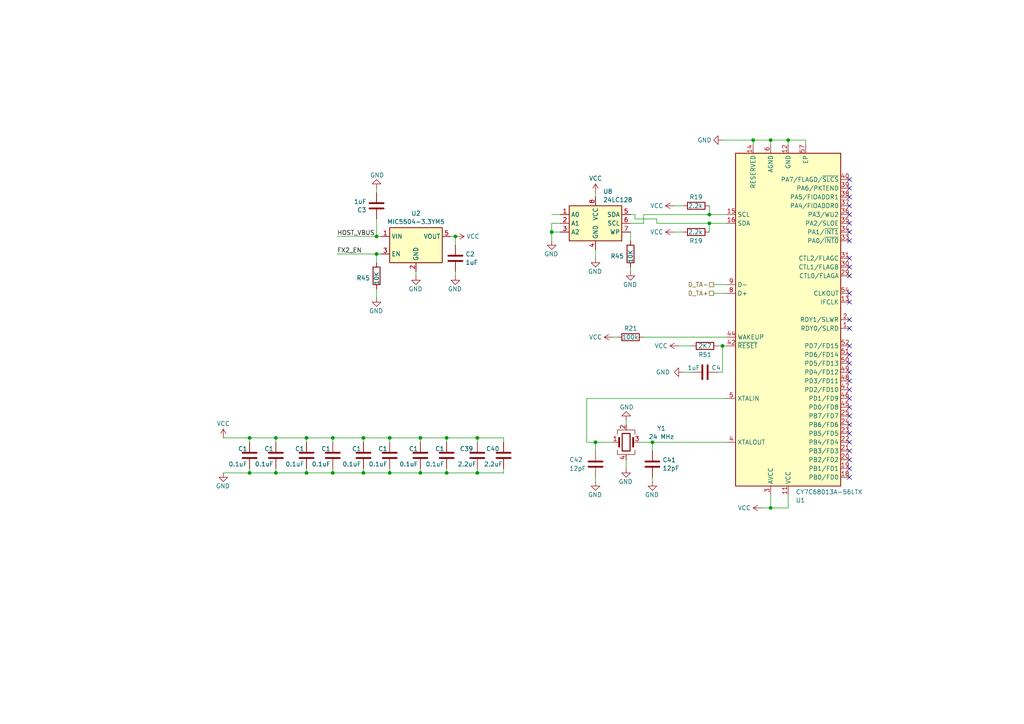
<source format=kicad_sch>
(kicad_sch (version 20230121) (generator eeschema)
  (paper "A4")
  (lib_symbols
    (symbol "Device:C" (pin_numbers hide) (pin_names (offset 0.254))
      (property "Reference" "C" (at 0.635 2.54 0))
      (property "Value" "C" (at 0.635 -2.54 0))
      (symbol "C_0_1"
        (polyline (pts (xy -2.032 -0.762) (xy 2.032 -0.762)) (stroke (width 0.508)))
        (polyline (pts (xy -2.032 0.762) (xy 2.032 0.762)) (stroke (width 0.508)))
      )
      (symbol "C_1_1"
        (pin passive line (at 0 3.81 270) (length 2.794) (name "~") (number "1"))
        (pin passive line (at 0 -3.81 90) (length 2.794) (name "~") (number "2"))
      )
    )
    (symbol "Device:Crystal_GND24" (pin_names (offset 1.016) hide)
      (property "Reference" "Y" (at 3.175 5.08 0))
      (property "Value" "Crystal_GND24" (at 3.175 3.175 0))
      (symbol "Crystal_GND24_0_1"
        (rectangle (start -1.143 2.54) (end 1.143 -2.54) (stroke (width 0.3048)))
        (polyline (pts (xy -2.54 0) (xy -2.032 0)))
        (polyline (pts (xy -2.032 -1.27) (xy -2.032 1.27)) (stroke (width 0.508)))
        (polyline (pts (xy 0 -3.81) (xy 0 -3.556)))
        (polyline (pts (xy 0 3.556) (xy 0 3.81)))
        (polyline (pts (xy 2.032 -1.27) (xy 2.032 1.27)) (stroke (width 0.508)))
        (polyline (pts (xy 2.032 0) (xy 2.54 0)))
        (polyline (pts (xy -2.54 -2.286) (xy -2.54 -3.556) (xy 2.54 -3.556) (xy 2.54 -2.286)))
        (polyline (pts (xy -2.54 2.286) (xy -2.54 3.556) (xy 2.54 3.556) (xy 2.54 2.286)))
      )
      (symbol "Crystal_GND24_1_1"
        (pin passive line (at -3.81 0 0) (length 1.27) (name "1") (number "1"))
        (pin passive line (at 0 5.08 270) (length 1.27) (name "2") (number "2"))
        (pin passive line (at 3.81 0 180) (length 1.27) (name "3") (number "3"))
        (pin passive line (at 0 -5.08 90) (length 1.27) (name "4") (number "4"))
      )
    )
    (symbol "Device:R" (pin_numbers hide) (pin_names (offset 0))
      (property "Reference" "R" (at 2.032 0 90))
      (property "Value" "R" (at 0 0 90))
      (symbol "R_0_1"
        (rectangle (start -1.016 -2.54) (end 1.016 2.54) (stroke (width 0.254)))
      )
      (symbol "R_1_1"
        (pin passive line (at 0 3.81 270) (length 1.27) (name "~") (number "1"))
        (pin passive line (at 0 -3.81 90) (length 1.27) (name "~") (number "2"))
      )
    )
    (symbol "MCU_Cypress:CY7C68013A-56LTX"
      (property "Reference" "U" (at -13.97 49.53 0))
      (property "Value" "CY7C68013A-56LTX" (at 11.43 49.53 0))
      (symbol "CY7C68013A-56LTX_0_1"
        (rectangle (start -15.24 48.26) (end 15.24 -48.26) (stroke (width 0.254)) (fill (type background)))
      )
      (symbol "CY7C68013A-56LTX_1_1"
        (pin input line (at 17.78 2.54 180) (length 2.54) (name "RDY0/SLRD") (number "1"))
        (pin passive line (at -5.08 -50.8 90) (length 2.54) hide (name "AGND") (number "10"))
        (pin power_in line (at 0 50.8 270) (length 2.54) (name "VCC") (number "11"))
        (pin power_in line (at 0 -50.8 90) (length 2.54) (name "GND") (number "12"))
        (pin bidirectional line (at 17.78 -5.08 180) (length 2.54) (name "IFCLK") (number "13"))
        (pin input line (at -10.16 -50.8 90) (length 2.54) (name "RESERVED") (number "14"))
        (pin input line (at -17.78 -30.48 0) (length 2.54) (name "SCL") (number "15"))
        (pin bidirectional line (at -17.78 -27.94 0) (length 2.54) (name "SDA") (number "16"))
        (pin passive line (at 0 50.8 270) (length 2.54) hide (name "VCC") (number "17"))
        (pin bidirectional line (at 17.78 45.72 180) (length 2.54) (name "PB0/FD0") (number "18"))
        (pin bidirectional line (at 17.78 43.18 180) (length 2.54) (name "PB1/FD1") (number "19"))
        (pin input line (at 17.78 0 180) (length 2.54) (name "RDY1/SLWR") (number "2"))
        (pin bidirectional line (at 17.78 40.64 180) (length 2.54) (name "PB2/FD2") (number "20"))
        (pin bidirectional line (at 17.78 38.1 180) (length 2.54) (name "PB3/FD3") (number "21"))
        (pin bidirectional line (at 17.78 35.56 180) (length 2.54) (name "PB4/FD4") (number "22"))
        (pin bidirectional line (at 17.78 33.02 180) (length 2.54) (name "PB5/FD5") (number "23"))
        (pin bidirectional line (at 17.78 30.48 180) (length 2.54) (name "PB6/FD6") (number "24"))
        (pin bidirectional line (at 17.78 27.94 180) (length 2.54) (name "PB7/FD7") (number "25"))
        (pin passive line (at 0 -50.8 90) (length 2.54) hide (name "GND") (number "26"))
        (pin passive line (at 0 50.8 270) (length 2.54) hide (name "VCC") (number "27"))
        (pin passive line (at 0 -50.8 90) (length 2.54) hide (name "GND") (number "28"))
        (pin output line (at 17.78 -12.7 180) (length 2.54) (name "CTL0/FLAGA") (number "29"))
        (pin power_in line (at -5.08 50.8 270) (length 2.54) (name "AVCC") (number "3"))
        (pin output line (at 17.78 -15.24 180) (length 2.54) (name "CTL1/FLAGB") (number "30"))
        (pin output line (at 17.78 -17.78 180) (length 2.54) (name "CTL2/FLAGC") (number "31"))
        (pin passive line (at 0 50.8 270) (length 2.54) hide (name "VCC") (number "32"))
        (pin bidirectional line (at 17.78 -22.86 180) (length 2.54) (name "PA0/~{INT0}") (number "33"))
        (pin bidirectional line (at 17.78 -25.4 180) (length 2.54) (name "PA1/~{INT1}") (number "34"))
        (pin bidirectional line (at 17.78 -27.94 180) (length 2.54) (name "PA2/SLOE") (number "35"))
        (pin bidirectional line (at 17.78 -30.48 180) (length 2.54) (name "PA3/WU2") (number "36"))
        (pin bidirectional line (at 17.78 -33.02 180) (length 2.54) (name "PA4/FIOADDR0") (number "37"))
        (pin bidirectional line (at 17.78 -35.56 180) (length 2.54) (name "PA5/FIOADDR1") (number "38"))
        (pin bidirectional line (at 17.78 -38.1 180) (length 2.54) (name "PA6/PKTEND") (number "39"))
        (pin output line (at -17.78 35.56 0) (length 2.54) (name "XTALOUT") (number "4"))
        (pin bidirectional line (at 17.78 -40.64 180) (length 2.54) (name "PA7/FLAGD/~{SLCS}") (number "40"))
        (pin passive line (at 0 -50.8 90) (length 2.54) hide (name "GND") (number "41"))
        (pin input line (at -17.78 7.62 0) (length 2.54) (name "~{RESET}") (number "42"))
        (pin passive line (at 0 50.8 270) (length 2.54) hide (name "VCC") (number "43"))
        (pin input line (at -17.78 5.08 0) (length 2.54) (name "WAKEUP") (number "44"))
        (pin bidirectional line (at 17.78 25.4 180) (length 2.54) (name "PD0/FD8") (number "45"))
        (pin bidirectional line (at 17.78 22.86 180) (length 2.54) (name "PD1/FD9") (number "46"))
        (pin bidirectional line (at 17.78 20.32 180) (length 2.54) (name "PD2/FD10") (number "47"))
        (pin bidirectional line (at 17.78 17.78 180) (length 2.54) (name "PD3/FD11") (number "48"))
        (pin bidirectional line (at 17.78 15.24 180) (length 2.54) (name "PD4/FD12") (number "49"))
        (pin input line (at -17.78 22.86 0) (length 2.54) (name "XTALIN") (number "5"))
        (pin bidirectional line (at 17.78 12.7 180) (length 2.54) (name "PD5/FD13") (number "50"))
        (pin bidirectional line (at 17.78 10.16 180) (length 2.54) (name "PD6/FD14") (number "51"))
        (pin bidirectional line (at 17.78 7.62 180) (length 2.54) (name "PD7/FD15") (number "52"))
        (pin passive line (at 0 -50.8 90) (length 2.54) hide (name "GND") (number "53"))
        (pin output line (at 17.78 -7.62 180) (length 2.54) (name "CLKOUT") (number "54"))
        (pin passive line (at 0 50.8 270) (length 2.54) hide (name "VCC") (number "55"))
        (pin passive line (at 0 -50.8 90) (length 2.54) hide (name "GND") (number "56"))
        (pin input line (at 5.08 -50.8 90) (length 2.54) (name "EP") (number "57"))
        (pin power_in line (at -5.08 -50.8 90) (length 2.54) (name "AGND") (number "6"))
        (pin passive line (at -5.08 50.8 270) (length 2.54) hide (name "AVCC") (number "7"))
        (pin bidirectional line (at -17.78 -7.62 0) (length 2.54) (name "D+") (number "8"))
        (pin bidirectional line (at -17.78 -10.16 0) (length 2.54) (name "D-") (number "9"))
      )
    )
    (symbol "Memory_EEPROM:24LC128"
      (property "Reference" "U" (at -6.35 6.35 0))
      (property "Value" "24LC128" (at 1.27 6.35 0))
      (symbol "24LC128_1_1"
        (rectangle (start -7.62 5.08) (end 7.62 -5.08) (stroke (width 0.254)) (fill (type background)))
        (pin input line (at -10.16 2.54 0) (length 2.54) (name "A0") (number "1"))
        (pin input line (at -10.16 0 0) (length 2.54) (name "A1") (number "2"))
        (pin input line (at -10.16 -2.54 0) (length 2.54) (name "A2") (number "3"))
        (pin power_in line (at 0 -7.62 90) (length 2.54) (name "GND") (number "4"))
        (pin bidirectional line (at 10.16 2.54 180) (length 2.54) (name "SDA") (number "5"))
        (pin input line (at 10.16 0 180) (length 2.54) (name "SCL") (number "6"))
        (pin input line (at 10.16 -2.54 180) (length 2.54) (name "WP") (number "7"))
        (pin power_in line (at 0 7.62 270) (length 2.54) (name "VCC") (number "8"))
      )
    )
    (symbol "Regulator_Linear:MIC5504-3.3YM5"
      (property "Reference" "U" (at -7.62 8.89 0))
      (property "Value" "MIC5504-3.3YM5" (at -7.62 6.35 0))
      (symbol "MIC5504-3.3YM5_0_1"
        (rectangle (start -7.62 -5.08) (end 7.62 5.08) (stroke (width 0.254)) (fill (type background)))
      )
      (symbol "MIC5504-3.3YM5_1_1"
        (pin power_in line (at -10.16 2.54 0) (length 2.54) (name "VIN") (number "1"))
        (pin power_in line (at 0 -7.62 90) (length 2.54) (name "GND") (number "2"))
        (pin input line (at -10.16 -2.54 0) (length 2.54) (name "EN") (number "3"))
        (pin no_connect line (at 7.62 -2.54 180) (length 2.54) hide (name "NC") (number "4"))
        (pin power_out line (at 10.16 2.54 180) (length 2.54) (name "VOUT") (number "5"))
      )
    )
    (symbol "power:GND" (power) (pin_names (offset 0))
      (property "Value" "GND" (at 0 -3.81 0))
      (symbol "GND_0_1"
        (polyline (pts (xy 0 0) (xy 0 -1.27) (xy 1.27 -1.27) (xy 0 -2.54) (xy -1.27 -1.27) (xy 0 -1.27)))
      )
      (symbol "GND_1_1"
        (pin power_in line (at 0 0 270) (length 0) hide (name "GND") (number "1"))
      )
    )
    (symbol "power:VCC" (power) (pin_names (offset 0))
      (property "Value" "VCC" (at 0 3.81 0))
      (symbol "VCC_0_1"
        (polyline (pts (xy -0.762 1.27) (xy 0 2.54)))
        (polyline (pts (xy 0 0) (xy 0 2.54)))
        (polyline (pts (xy 0 2.54) (xy 0.762 1.27)))
      )
      (symbol "VCC_1_1"
        (pin power_in line (at 0 0 90) (length 0) hide (name "VCC") (number "1"))
      )
    )
  )
  (junction (at 132.08 68.58))
  (junction (at 105.41 137.16))
  (junction (at 72.39 137.16))
  (junction (at 209.55 100.33))
  (junction (at 109.22 68.58))
  (junction (at 88.9 127))
  (junction (at 205.74 64.77))
  (junction (at 172.72 128.27))
  (junction (at 113.03 127))
  (junction (at 105.41 127))
  (junction (at 80.01 127))
  (junction (at 121.92 137.16))
  (junction (at 121.92 127))
  (junction (at 109.22 73.66))
  (junction (at 113.03 137.16))
  (junction (at 129.54 137.16))
  (junction (at 223.52 40.64))
  (junction (at 138.43 137.16))
  (junction (at 96.52 137.16))
  (junction (at 129.54 127))
  (junction (at 223.52 147.32))
  (junction (at 160.02 67.31))
  (junction (at 218.44 40.64))
  (junction (at 96.52 127))
  (junction (at 138.43 127))
  (junction (at 72.39 127))
  (junction (at 189.23 128.27))
  (junction (at 88.9 137.16))
  (junction (at 80.01 137.16))
  (junction (at 205.74 62.23))
  (junction (at 228.6 40.64))
  (no_connect (at 246.38 135.89))
  (no_connect (at 246.38 52.07))
  (no_connect (at 246.38 57.15))
  (no_connect (at 246.38 59.69))
  (no_connect (at 246.38 100.33))
  (no_connect (at 246.38 69.85))
  (no_connect (at 246.38 87.63))
  (no_connect (at 246.38 138.43))
  (no_connect (at 246.38 85.09))
  (no_connect (at 246.38 67.31))
  (no_connect (at 246.38 115.57))
  (no_connect (at 246.38 95.25))
  (no_connect (at 246.38 102.87))
  (no_connect (at 246.38 77.47))
  (no_connect (at 246.38 92.71))
  (no_connect (at 246.38 133.35))
  (no_connect (at 246.38 123.19))
  (no_connect (at 246.38 107.95))
  (no_connect (at 246.38 105.41))
  (no_connect (at 246.38 80.01))
  (no_connect (at 246.38 54.61))
  (no_connect (at 246.38 128.27))
  (no_connect (at 246.38 110.49))
  (no_connect (at 246.38 125.73))
  (no_connect (at 246.38 64.77))
  (no_connect (at 246.38 62.23))
  (no_connect (at 246.38 113.03))
  (no_connect (at 246.38 74.93))
  (no_connect (at 246.38 130.81))
  (no_connect (at 246.38 118.11))
  (no_connect (at 246.38 120.65))
  (wire (pts (xy 138.43 127) (xy 138.43 128.27)))
  (wire (pts (xy 129.54 135.89) (xy 129.54 137.16)))
  (wire (pts (xy 228.6 147.32) (xy 223.52 147.32)))
  (wire (pts (xy 120.65 78.74) (xy 120.65 80.01)))
  (wire (pts (xy 172.72 55.88) (xy 172.72 57.15)))
  (wire (pts (xy 186.69 62.23) (xy 205.74 62.23)))
  (wire (pts (xy 228.6 143.51) (xy 228.6 147.32)))
  (wire (pts (xy 121.92 137.16) (xy 129.54 137.16)))
  (wire (pts (xy 172.72 128.27) (xy 177.8 128.27)))
  (wire (pts (xy 218.44 40.64) (xy 218.44 41.91)))
  (wire (pts (xy 160.02 64.77) (xy 160.02 67.31)))
  (wire (pts (xy 129.54 137.16) (xy 138.43 137.16)))
  (wire (pts (xy 88.9 127) (xy 96.52 127)))
  (wire (pts (xy 160.02 67.31) (xy 162.56 67.31)))
  (wire (pts (xy 121.92 135.89) (xy 121.92 137.16)))
  (wire (pts (xy 205.74 67.31) (xy 205.74 64.77)))
  (wire (pts (xy 138.43 135.89) (xy 138.43 137.16)))
  (wire (pts (xy 205.74 64.77) (xy 210.82 64.77)))
  (wire (pts (xy 160.02 67.31) (xy 160.02 69.85)))
  (wire (pts (xy 170.18 128.27) (xy 172.72 128.27)))
  (wire (pts (xy 109.22 83.82) (xy 109.22 86.36)))
  (wire (pts (xy 162.56 62.23) (xy 160.02 62.23)))
  (wire (pts (xy 105.41 127) (xy 113.03 127)))
  (wire (pts (xy 121.92 127) (xy 121.92 128.27)))
  (wire (pts (xy 80.01 127) (xy 80.01 128.27)))
  (wire (pts (xy 210.82 115.57) (xy 170.18 115.57)))
  (wire (pts (xy 207.01 85.09) (xy 210.82 85.09)))
  (wire (pts (xy 80.01 127) (xy 88.9 127)))
  (wire (pts (xy 200.66 107.95) (xy 198.12 107.95)))
  (wire (pts (xy 182.88 77.47) (xy 182.88 78.74)))
  (wire (pts (xy 88.9 137.16) (xy 96.52 137.16)))
  (wire (pts (xy 233.68 40.64) (xy 228.6 40.64)))
  (wire (pts (xy 88.9 135.89) (xy 88.9 137.16)))
  (wire (pts (xy 210.82 97.79) (xy 186.69 97.79)))
  (wire (pts (xy 190.5 64.77) (xy 205.74 64.77)))
  (wire (pts (xy 96.52 127) (xy 105.41 127)))
  (wire (pts (xy 233.68 41.91) (xy 233.68 40.64)))
  (wire (pts (xy 146.05 127) (xy 146.05 128.27)))
  (wire (pts (xy 205.74 62.23) (xy 210.82 62.23)))
  (wire (pts (xy 72.39 135.89) (xy 72.39 137.16)))
  (wire (pts (xy 72.39 127) (xy 80.01 127)))
  (wire (pts (xy 105.41 137.16) (xy 113.03 137.16)))
  (wire (pts (xy 138.43 127) (xy 146.05 127)))
  (wire (pts (xy 96.52 135.89) (xy 96.52 137.16)))
  (wire (pts (xy 189.23 138.43) (xy 189.23 139.7)))
  (wire (pts (xy 113.03 127) (xy 121.92 127)))
  (wire (pts (xy 223.52 40.64) (xy 223.52 41.91)))
  (wire (pts (xy 132.08 68.58) (xy 132.08 71.12)))
  (wire (pts (xy 190.5 63.5) (xy 190.5 64.77)))
  (wire (pts (xy 184.15 63.5) (xy 190.5 63.5)))
  (wire (pts (xy 96.52 137.16) (xy 105.41 137.16)))
  (wire (pts (xy 129.54 127) (xy 129.54 128.27)))
  (wire (pts (xy 121.92 127) (xy 129.54 127)))
  (wire (pts (xy 208.28 100.33) (xy 209.55 100.33)))
  (wire (pts (xy 182.88 62.23) (xy 184.15 62.23)))
  (wire (pts (xy 189.23 128.27) (xy 210.82 128.27)))
  (wire (pts (xy 172.72 72.39) (xy 172.72 74.93)))
  (wire (pts (xy 109.22 73.66) (xy 109.22 76.2)))
  (wire (pts (xy 172.72 138.43) (xy 172.72 139.7)))
  (wire (pts (xy 172.72 128.27) (xy 172.72 130.81)))
  (wire (pts (xy 182.88 64.77) (xy 186.69 64.77)))
  (wire (pts (xy 113.03 127) (xy 113.03 128.27)))
  (wire (pts (xy 113.03 135.89) (xy 113.03 137.16)))
  (wire (pts (xy 109.22 55.88) (xy 109.22 54.61)))
  (wire (pts (xy 186.69 64.77) (xy 186.69 62.23)))
  (wire (pts (xy 223.52 143.51) (xy 223.52 147.32)))
  (wire (pts (xy 181.61 121.92) (xy 181.61 123.19)))
  (wire (pts (xy 109.22 73.66) (xy 110.49 73.66)))
  (wire (pts (xy 64.77 127) (xy 72.39 127)))
  (wire (pts (xy 208.28 107.95) (xy 209.55 107.95)))
  (wire (pts (xy 129.54 127) (xy 138.43 127)))
  (wire (pts (xy 189.23 128.27) (xy 189.23 130.81)))
  (wire (pts (xy 80.01 135.89) (xy 80.01 137.16)))
  (wire (pts (xy 223.52 147.32) (xy 220.98 147.32)))
  (wire (pts (xy 195.58 67.31) (xy 198.12 67.31)))
  (wire (pts (xy 218.44 40.64) (xy 223.52 40.64)))
  (wire (pts (xy 223.52 40.64) (xy 228.6 40.64)))
  (wire (pts (xy 80.01 137.16) (xy 88.9 137.16)))
  (wire (pts (xy 97.79 73.66) (xy 109.22 73.66)))
  (wire (pts (xy 195.58 59.69) (xy 198.12 59.69)))
  (wire (pts (xy 109.22 63.5) (xy 109.22 68.58)))
  (wire (pts (xy 181.61 133.35) (xy 181.61 135.89)))
  (wire (pts (xy 209.55 40.64) (xy 218.44 40.64)))
  (wire (pts (xy 96.52 127) (xy 96.52 128.27)))
  (wire (pts (xy 105.41 135.89) (xy 105.41 137.16)))
  (wire (pts (xy 105.41 127) (xy 105.41 128.27)))
  (wire (pts (xy 64.77 137.16) (xy 72.39 137.16)))
  (wire (pts (xy 207.01 82.55) (xy 210.82 82.55)))
  (wire (pts (xy 184.15 62.23) (xy 184.15 63.5)))
  (wire (pts (xy 209.55 100.33) (xy 210.82 100.33)))
  (wire (pts (xy 205.74 59.69) (xy 205.74 62.23)))
  (wire (pts (xy 88.9 127) (xy 88.9 128.27)))
  (wire (pts (xy 160.02 64.77) (xy 162.56 64.77)))
  (wire (pts (xy 72.39 137.16) (xy 80.01 137.16)))
  (wire (pts (xy 132.08 78.74) (xy 132.08 80.01)))
  (wire (pts (xy 196.85 100.33) (xy 200.66 100.33)))
  (wire (pts (xy 97.79 68.58) (xy 109.22 68.58)))
  (wire (pts (xy 130.81 68.58) (xy 132.08 68.58)))
  (wire (pts (xy 185.42 128.27) (xy 189.23 128.27)))
  (wire (pts (xy 177.8 97.79) (xy 179.07 97.79)))
  (wire (pts (xy 138.43 137.16) (xy 146.05 137.16)))
  (wire (pts (xy 72.39 127) (xy 72.39 128.27)))
  (wire (pts (xy 113.03 137.16) (xy 121.92 137.16)))
  (wire (pts (xy 170.18 115.57) (xy 170.18 128.27)))
  (wire (pts (xy 109.22 68.58) (xy 110.49 68.58)))
  (wire (pts (xy 146.05 137.16) (xy 146.05 135.89)))
  (wire (pts (xy 228.6 41.91) (xy 228.6 40.64)))
  (wire (pts (xy 209.55 107.95) (xy 209.55 100.33)))
  (wire (pts (xy 182.88 67.31) (xy 182.88 69.85)))
  (label "HOST_VBUS" (at 97.79 68.58 0))
  (label "FX2_EN" (at 97.79 73.66 0))
  (hierarchical_label "D_TA+" (shape passive) (at 207.01 85.09 180))
  (hierarchical_label "D_TA-" (shape passive) (at 207.01 82.55 180))
  (symbol (lib_id "Memory_EEPROM:24LC128") (at 172.72 64.77 0) (unit 1)
    (property "Reference" "U8" (at 174.9141 55.5457 0) (effects (justify left)))
    (property "Value" "24LC128" (at 174.9141 57.9699 0) (effects (justify left)))
    (property "Footprint" "Package_SO:SOIC-8_3.9x4.9mm_P1.27mm" (effects hide))
    (property "Datasheet" "http://ww1.microchip.com/downloads/en/DeviceDoc/21191s.pdf" (effects hide))
    (property "Manufacturer" "Microchip Technology" (effects hide))
    (property "Part Number" "24LC128T-I/SN" (effects hide))
    (property "Description" "IC EEPROM 128KBIT I2C 8SOIC" (effects hide))
  )
  (symbol (lib_id "Device:C") (at 204.47 107.95 270) (unit 1)
    (property "Reference" "C4" (at 206.375 106.68 90) (effects (justify left)))
    (property "Value" "1uF" (at 199.39 106.68 90) (effects (justify left)))
    (property "Footprint" "Capacitor_SMD:C_0402_1005Metric_Pad0.74x0.62mm_HandSolder" (effects hide))
    (property "Manufacturer" "Taiyo Yuden" (effects hide))
    (property "Part Number" "JMK105BJ105KVHF" (effects hide))
    (property "Description" "6.3V 1uF X5R ±10% 0402  Multilayer Ceramic Capacitors MLCC - SMD/SMT ROHS" (effects hide))
  )
  (symbol (lib_id "Device:C") (at 96.52 132.08 0) (mirror y) (unit 1)
    (property "Reference" "C1" (at 95.885 130.175 0) (effects (justify left)))
    (property "Value" "0.1uF" (at 95.885 134.62 0) (effects (justify left)))
    (property "Footprint" "Capacitor_SMD:C_0603_1608Metric_Pad1.08x0.95mm_HandSolder" (effects hide))
    (property "Manufacturer" "KYOCERA AVX" (effects hide))
    (property "Part Number" "06035C104JAT4A" (effects hide))
    (property "Description" "Multilayer Ceramic Capacitors MLCC - SMD/SMT 50V 0.1uF X7R 0603 5%" (effects hide))
    (instances (project "tycho" (path "" (reference "C1") (unit 1)) (path "" (reference "C24") (unit 1)) (path "" (reference "C31") (unit 1))))
  )
  (symbol (lib_id "power:GND") (at 209.55 40.64 270) (unit 1)
    (property "Reference" "#PWR013" (effects hide))
    (property "Value" "GND" (at 206.3751 40.64 90) (effects (justify right)))
    (instances (project "tycho" (path "" (reference "#PWR013") (unit 1)) (path "" (reference "#PWR014") (unit 1))))
  )
  (symbol (lib_id "power:VCC") (at 195.58 59.69 90) (unit 1)
    (property "Reference" "#PWR068" (effects hide))
    (property "Value" "VCC" (at 192.405 59.69 90) (effects (justify left)))
    (instances (project "tycho" (path "" (reference "#PWR068") (unit 1)) (path "" (reference "#PWR0100") (unit 1))))
  )
  (symbol (lib_id "Device:C") (at 121.92 132.08 0) (mirror y) (unit 1)
    (property "Reference" "C1" (at 121.285 130.175 0) (effects (justify left)))
    (property "Value" "0.1uF" (at 121.285 134.62 0) (effects (justify left)))
    (property "Footprint" "Capacitor_SMD:C_0603_1608Metric_Pad1.08x0.95mm_HandSolder" (effects hide))
    (property "Manufacturer" "KYOCERA AVX" (effects hide))
    (property "Part Number" "06035C104JAT4A" (effects hide))
    (property "Description" "Multilayer Ceramic Capacitors MLCC - SMD/SMT 50V 0.1uF X7R 0603 5%" (effects hide))
    (instances (project "tycho" (path "" (reference "C1") (unit 1)) (path "" (reference "C24") (unit 1)) (path "" (reference "C37") (unit 1))))
  )
  (symbol (lib_id "power:GND") (at 132.08 80.01 0) (unit 1)
    (property "Reference" "#PWR014" (effects hide))
    (property "Value" "GND" (at 133.985 83.82 0) (effects (justify right)))
    (instances (project "tycho" (path "" (reference "#PWR014") (unit 1)) (path "" (reference "#PWR076") (unit 1))))
  )
  (symbol (lib_id "power:GND") (at 109.22 86.36 0) (unit 1)
    (property "Reference" "#PWR014" (effects hide))
    (property "Value" "GND" (at 111.125 90.17 0) (effects (justify right)))
    (instances (project "tycho" (path "" (reference "#PWR014") (unit 1)) (path "" (reference "#PWR086") (unit 1))))
  )
  (symbol (lib_id "power:VCC") (at 220.98 147.32 90) (unit 1)
    (property "Reference" "#PWR068" (effects hide))
    (property "Value" "VCC" (at 217.805 147.32 90) (effects (justify left)))
    (instances (project "tycho" (path "" (reference "#PWR068") (unit 1)) (path "" (reference "#PWR069") (unit 1))))
  )
  (symbol (lib_id "power:GND") (at 181.61 121.92 180) (unit 1)
    (property "Reference" "#PWR014" (effects hide))
    (property "Value" "GND" (at 179.705 118.11 0) (effects (justify right)))
    (instances (project "tycho" (path "" (reference "#PWR014") (unit 1)) (path "" (reference "#PWR083") (unit 1))))
  )
  (symbol (lib_id "power:GND") (at 181.61 135.89 0) (unit 1)
    (property "Reference" "#PWR014" (effects hide))
    (property "Value" "GND" (at 183.515 139.7 0) (effects (justify right)))
    (instances (project "tycho" (path "" (reference "#PWR014") (unit 1)) (path "" (reference "#PWR082") (unit 1))))
  )
  (symbol (lib_id "power:VCC") (at 172.72 55.88 0) (unit 1)
    (property "Reference" "#PWR068" (effects hide))
    (property "Value" "VCC" (at 172.72 51.7469 0))
    (instances (project "tycho" (path "" (reference "#PWR068") (unit 1)) (path "" (reference "#PWR099") (unit 1))))
  )
  (symbol (lib_id "Device:C") (at 138.43 132.08 0) (unit 1)
    (property "Reference" "C39" (at 133.35 130.175 0) (effects (justify left)))
    (property "Value" "2.2uF" (at 132.715 134.62 0) (effects (justify left)))
    (property "Footprint" "Capacitor_SMD:C_0603_1608Metric_Pad1.08x0.95mm_HandSolder" (effects hide))
    (property "Manufacturer" "Taiyo Yuden" (effects hide))
    (property "Part Number" "EMK107ABJ225KAHT" (effects hide))
    (property "Description" "16V 2.2uF X5R ±10% 0603  Multilayer Ceramic Capacitors MLCC - SMD/SMT ROHS" (effects hide))
  )
  (symbol (lib_id "Device:R") (at 204.47 100.33 90) (unit 1)
    (property "Reference" "R51" (at 204.47 102.87 90))
    (property "Value" "2K7" (at 204.47 100.33 90))
    (property "Footprint" "Resistor_SMD:R_0603_1608Metric_Pad0.98x0.95mm_HandSolder" (effects hide))
    (property "Manufacturer" "YAGEO" (effects hide))
    (property "Part Number" "RC0603DR-072K7L" (effects hide))
    (property "Description" "100mW Thick Film Resistors ±100ppm/℃ ±0.5% 2.7kΩ 0603  Chip Resistor - Surface Mount ROHS" (effects hide))
    (instances (project "tycho" (path "" (reference "R51") (unit 1)) (path "" (reference "R53") (unit 1))))
  )
  (symbol (lib_id "Device:C") (at 113.03 132.08 0) (mirror y) (unit 1)
    (property "Reference" "C1" (at 112.395 130.175 0) (effects (justify left)))
    (property "Value" "0.1uF" (at 112.395 134.62 0) (effects (justify left)))
    (property "Footprint" "Capacitor_SMD:C_0603_1608Metric_Pad1.08x0.95mm_HandSolder" (effects hide))
    (property "Manufacturer" "KYOCERA AVX" (effects hide))
    (property "Part Number" "06035C104JAT4A" (effects hide))
    (property "Description" "Multilayer Ceramic Capacitors MLCC - SMD/SMT 50V 0.1uF X7R 0603 5%" (effects hide))
    (instances (project "tycho" (path "" (reference "C1") (unit 1)) (path "" (reference "C24") (unit 1)) (path "" (reference "C36") (unit 1))))
  )
  (symbol (lib_id "power:GND") (at 172.72 74.93 0) (unit 1)
    (property "Reference" "#PWR014" (effects hide))
    (property "Value" "GND" (at 174.625 78.74 0) (effects (justify right)))
    (instances (project "tycho" (path "" (reference "#PWR014") (unit 1)) (path "" (reference "#PWR087") (unit 1))))
  )
  (symbol (lib_id "power:GND") (at 198.12 107.95 270) (unit 1)
    (property "Reference" "#PWR014" (effects hide))
    (property "Value" "GND" (at 194.31 107.95 90) (effects (justify right)))
    (instances (project "tycho" (path "" (reference "#PWR014") (unit 1)) (path "" (reference "#PWR079") (unit 1))))
  )
  (symbol (lib_id "power:GND") (at 189.23 139.7 0) (unit 1)
    (property "Reference" "#PWR014" (effects hide))
    (property "Value" "GND" (at 191.135 143.51 0) (effects (justify right)))
    (instances (project "tycho" (path "" (reference "#PWR014") (unit 1)) (path "" (reference "#PWR085") (unit 1))))
  )
  (symbol (lib_id "power:VCC") (at 132.08 68.58 270) (unit 1)
    (property "Reference" "#PWR068" (effects hide))
    (property "Value" "VCC" (at 135.255 68.58 90) (effects (justify left)))
    (instances (project "tycho" (path "" (reference "#PWR068") (unit 1)) (path "" (reference "#PWR016") (unit 1))))
  )
  (symbol (lib_id "Device:R") (at 109.22 80.01 180) (unit 1)
    (property "Reference" "R45" (at 107.315 80.645 0) (effects (justify left)))
    (property "Value" "10K" (at 109.22 78.74 90) (effects (justify left)))
    (property "Footprint" "Resistor_SMD:R_0603_1608Metric_Pad0.98x0.95mm_HandSolder" (effects hide))
    (property "Part Number" "RNCP0603FTD10K0" (effects hide))
    (property "Substitution" "any equivalent" (effects hide))
    (property "Manufacturer" "Stackpole Electronics Inc" (effects hide))
    (property "Description" "RES 10K OHM 1% 1/8W 0603" (effects hide))
    (instances (project "tycho" (path "" (reference "R45") (unit 1)) (path "" (reference "R3") (unit 1)) (path "" (reference "R54") (unit 1))))
  )
  (symbol (lib_id "Device:C") (at 80.01 132.08 0) (mirror y) (unit 1)
    (property "Reference" "C1" (at 79.375 130.175 0) (effects (justify left)))
    (property "Value" "0.1uF" (at 79.375 134.62 0) (effects (justify left)))
    (property "Footprint" "Capacitor_SMD:C_0603_1608Metric_Pad1.08x0.95mm_HandSolder" (effects hide))
    (property "Manufacturer" "KYOCERA AVX" (effects hide))
    (property "Part Number" "06035C104JAT4A" (effects hide))
    (property "Description" "Multilayer Ceramic Capacitors MLCC - SMD/SMT 50V 0.1uF X7R 0603 5%" (effects hide))
    (instances (project "tycho" (path "" (reference "C1") (unit 1)) (path "" (reference "C24") (unit 1)) (path "" (reference "C6") (unit 1))))
  )
  (symbol (lib_id "power:GND") (at 64.77 137.16 0) (unit 1)
    (property "Reference" "#PWR014" (effects hide))
    (property "Value" "GND" (at 66.675 140.97 0) (effects (justify right)))
    (instances (project "tycho" (path "" (reference "#PWR014") (unit 1)) (path "" (reference "#PWR015") (unit 1))))
  )
  (symbol (lib_id "power:VCC") (at 177.8 97.79 90) (unit 1)
    (property "Reference" "#PWR068" (effects hide))
    (property "Value" "VCC" (at 174.625 97.79 90) (effects (justify left)))
    (instances (project "tycho" (path "" (reference "#PWR068") (unit 1)) (path "" (reference "#PWR098") (unit 1))))
  )
  (symbol (lib_id "power:VCC") (at 196.85 100.33 90) (unit 1)
    (property "Reference" "#PWR068" (effects hide))
    (property "Value" "VCC" (at 193.675 100.33 90) (effects (justify left)))
    (instances (project "tycho" (path "" (reference "#PWR068") (unit 1)) (path "" (reference "#PWR097") (unit 1))))
  )
  (symbol (lib_id "Device:R") (at 201.93 67.31 90) (unit 1)
    (property "Reference" "R19" (at 203.835 69.85 90) (effects (justify left)))
    (property "Value" "2.2k" (at 203.835 67.31 90) (effects (justify left)))
    (property "Footprint" "Resistor_SMD:R_0402_1005Metric_Pad0.72x0.64mm_HandSolder" (effects hide))
    (property "Manufacturer" "Vishay Dale" (effects hide))
    (property "Part Number" "CRCW04022K20FKED" (effects hide))
    (property "Description" "RES SMD 2.2K OHM 1% 1/16W 0402" (effects hide))
    (property "Substitution" "any equivalent" (effects hide))
    (instances (project "tycho" (path "" (reference "R19") (unit 1)) (path "" (reference "R52") (unit 1))))
  )
  (symbol (lib_id "power:GND") (at 160.02 69.85 0) (unit 1)
    (property "Reference" "#PWR014" (effects hide))
    (property "Value" "GND" (at 161.925 73.66 0) (effects (justify right)))
    (instances (project "tycho" (path "" (reference "#PWR014") (unit 1)) (path "" (reference "#PWR090") (unit 1))))
  )
  (symbol (lib_id "MCU_Cypress:CY7C68013A-56LTX") (at 228.6 92.71 0) (mirror x) (unit 1)
    (property "Reference" "U1" (at 230.7941 145.1143 0) (effects (justify left)))
    (property "Value" "CY7C68013A-56LTX" (at 230.7941 142.6901 0) (effects (justify left)))
    (property "Footprint" "Package_DFN_QFN:QFN-56-1EP_8x8mm_P0.5mm_EP4.5x5.2mm_ThermalVias_TopTented" (effects hide))
    (property "Datasheet" "http://www.cypress.com/file/138911/download" (effects hide))
    (property "Manufacturer" "Cypress Semicon" (effects hide))
    (property "Part Number" "CY7C68013A-56LTXC" (effects hide))
    (property "Description" "QFN-56-EP(8x8) Microcontroller Units (MCUs/MPUs/SOCs) ROHS" (effects hide))
    (instances (project "tycho" (path "" (reference "U1") (unit 1)) (path "" (reference "U2") (unit 1))))
  )
  (symbol (lib_id "power:GND") (at 120.65 80.01 0) (unit 1)
    (property "Reference" "#PWR014" (effects hide))
    (property "Value" "GND" (at 122.555 83.82 0) (effects (justify right)))
    (instances (project "tycho" (path "" (reference "#PWR014") (unit 1)) (path "" (reference "#PWR013") (unit 1))))
  )
  (symbol (lib_id "Device:C") (at 172.72 134.62 0) (unit 1)
    (property "Reference" "C42" (at 165.1 133.35 0) (effects (justify left)))
    (property "Value" "12pF" (at 165.1 135.89 0) (effects (justify left)))
    (property "Footprint" "Capacitor_SMD:C_1206_3216Metric_Pad1.33x1.80mm_HandSolder" (effects hide))
    (property "Manufacturer" "PSA(Prosperity Dielectrics)" (effects hide))
    (property "Part Number" "FV31N120J102PXG" (effects hide))
    (property "Description" "1kV 12pF C0G ±5% 1206  Multilayer Ceramic Capacitors MLCC - SMD/SMT ROHS" (effects hide))
  )
  (symbol (lib_id "power:VCC") (at 195.58 67.31 90) (unit 1)
    (property "Reference" "#PWR068" (effects hide))
    (property "Value" "VCC" (at 192.405 67.31 90) (effects (justify left)))
    (instances (project "tycho" (path "" (reference "#PWR068") (unit 1)) (path "" (reference "#PWR0101") (unit 1))))
  )
  (symbol (lib_id "Device:C") (at 189.23 134.62 0) (unit 1)
    (property "Reference" "C41" (at 192.151 133.4079 0) (effects (justify left)))
    (property "Value" "12pF" (at 192.151 135.8321 0) (effects (justify left)))
    (property "Footprint" "Capacitor_SMD:C_1206_3216Metric_Pad1.33x1.80mm_HandSolder" (effects hide))
    (property "Manufacturer" "PSA(Prosperity Dielectrics)" (effects hide))
    (property "Part Number" "FV31N120J102PXG" (effects hide))
    (property "Description" "1kV 12pF C0G ±5% 1206  Multilayer Ceramic Capacitors MLCC - SMD/SMT ROHS" (effects hide))
  )
  (symbol (lib_id "Device:C") (at 88.9 132.08 0) (mirror y) (unit 1)
    (property "Reference" "C1" (at 88.265 130.175 0) (effects (justify left)))
    (property "Value" "0.1uF" (at 88.265 134.62 0) (effects (justify left)))
    (property "Footprint" "Capacitor_SMD:C_0603_1608Metric_Pad1.08x0.95mm_HandSolder" (effects hide))
    (property "Manufacturer" "KYOCERA AVX" (effects hide))
    (property "Part Number" "06035C104JAT4A" (effects hide))
    (property "Description" "Multilayer Ceramic Capacitors MLCC - SMD/SMT 50V 0.1uF X7R 0603 5%" (effects hide))
    (instances (project "tycho" (path "" (reference "C1") (unit 1)) (path "" (reference "C24") (unit 1)) (path "" (reference "C30") (unit 1))))
  )
  (symbol (lib_id "Regulator_Linear:MIC5504-3.3YM5") (at 120.65 71.12 0) (unit 1)
    (property "Reference" "U2" (at 120.65 61.8957 0))
    (property "Value" "MIC5504-3.3YM5" (at 120.65 64.3199 0))
    (property "Footprint" "Package_TO_SOT_SMD:SOT-23-5" (effects hide))
    (property "Datasheet" "http://ww1.microchip.com/downloads/en/DeviceDoc/MIC550X.pdf" (effects hide))
    (property "Manufacturer" "Microchip Tech" (effects hide))
    (property "Part Number" "MIC5504-3.3YM5-TR" (effects hide))
    (property "Description" "300mA 60dB@(1kHz) Fixed 3.3V~3.3V Positive 5.5V SOT-23-5  Linear Voltage Regulators (LDO) ROHS" (effects hide))
    (instances (project "tycho" (path "" (reference "U2") (unit 1)) (path "" (reference "U1") (unit 1))))
  )
  (symbol (lib_id "power:GND") (at 109.22 54.61 180) (unit 1)
    (property "Reference" "#PWR014" (effects hide))
    (property "Value" "GND" (at 107.315 50.8 0) (effects (justify right)))
    (instances (project "tycho" (path "" (reference "#PWR014") (unit 1)) (path "" (reference "#PWR078") (unit 1))))
  )
  (symbol (lib_id "Device:R") (at 182.88 97.79 270) (unit 1)
    (property "Reference" "R21" (at 180.975 95.25 90) (effects (justify left)))
    (property "Value" "100k" (at 180.34 97.79 90) (effects (justify left)))
    (property "Footprint" "Resistor_SMD:R_0402_1005Metric_Pad0.72x0.64mm_HandSolder" (effects hide))
    (property "Part Number" "ERJ-2GEJ104X" (effects hide))
    (property "Substitution" "any equivalent" (effects hide))
    (property "Description" "RES SMD 100K OHM 5% 1/10W 0402" (effects hide))
    (property "Manufacturer" "Panasonic" (effects hide))
    (instances (project "tycho" (path "" (reference "R21") (unit 1)) (path "" (reference "R27") (unit 1)) (path "" (reference "R33") (unit 1)) (path "" (reference "R46") (unit 1)) (path "" (reference "R46") (unit 1))) (project "luna_rev0" (path "" (reference "R91") (unit 1))))
  )
  (symbol (lib_id "power:VCC") (at 64.77 127 0) (unit 1)
    (property "Reference" "#PWR068" (effects hide))
    (property "Value" "VCC" (at 64.77 122.8669 0))
    (instances (project "tycho" (path "" (reference "#PWR068") (unit 1)) (path "" (reference "#PWR096") (unit 1))))
  )
  (symbol (lib_id "Device:C") (at 132.08 74.93 0) (unit 1)
    (property "Reference" "C2" (at 135.001 73.7179 0) (effects (justify left)))
    (property "Value" "1uF" (at 135.001 76.1421 0) (effects (justify left)))
    (property "Footprint" "Capacitor_SMD:C_0402_1005Metric_Pad0.74x0.62mm_HandSolder" (effects hide))
    (property "Manufacturer" "Taiyo Yuden" (effects hide))
    (property "Part Number" "JMK105BJ105KVHF" (effects hide))
    (property "Description" "6.3V 1uF X5R ±10% 0402  Multilayer Ceramic Capacitors MLCC - SMD/SMT ROHS" (effects hide))
  )
  (symbol (lib_id "Device:C") (at 129.54 132.08 0) (mirror y) (unit 1)
    (property "Reference" "C1" (at 128.905 130.175 0) (effects (justify left)))
    (property "Value" "0.1uF" (at 128.905 134.62 0) (effects (justify left)))
    (property "Footprint" "Capacitor_SMD:C_0603_1608Metric_Pad1.08x0.95mm_HandSolder" (effects hide))
    (property "Manufacturer" "KYOCERA AVX" (effects hide))
    (property "Part Number" "06035C104JAT4A" (effects hide))
    (property "Description" "Multilayer Ceramic Capacitors MLCC - SMD/SMT 50V 0.1uF X7R 0603 5%" (effects hide))
    (instances (project "tycho" (path "" (reference "C1") (unit 1)) (path "" (reference "C24") (unit 1)) (path "" (reference "C38") (unit 1))))
  )
  (symbol (lib_id "Device:C") (at 72.39 132.08 0) (mirror y) (unit 1)
    (property "Reference" "C1" (at 71.755 130.175 0) (effects (justify left)))
    (property "Value" "0.1uF" (at 71.755 134.62 0) (effects (justify left)))
    (property "Footprint" "Capacitor_SMD:C_0603_1608Metric_Pad1.08x0.95mm_HandSolder" (effects hide))
    (property "Manufacturer" "KYOCERA AVX" (effects hide))
    (property "Part Number" "06035C104JAT4A" (effects hide))
    (property "Description" "Multilayer Ceramic Capacitors MLCC - SMD/SMT 50V 0.1uF X7R 0603 5%" (effects hide))
    (instances (project "tycho" (path "" (reference "C1") (unit 1)) (path "" (reference "C24") (unit 1)) (path "" (reference "C5") (unit 1))))
  )
  (symbol (lib_id "Device:C") (at 105.41 132.08 0) (mirror y) (unit 1)
    (property "Reference" "C1" (at 104.775 130.175 0) (effects (justify left)))
    (property "Value" "0.1uF" (at 104.775 134.62 0) (effects (justify left)))
    (property "Footprint" "Capacitor_SMD:C_0603_1608Metric_Pad1.08x0.95mm_HandSolder" (effects hide))
    (property "Manufacturer" "KYOCERA AVX" (effects hide))
    (property "Part Number" "06035C104JAT4A" (effects hide))
    (property "Description" "Multilayer Ceramic Capacitors MLCC - SMD/SMT 50V 0.1uF X7R 0603 5%" (effects hide))
    (instances (project "tycho" (path "" (reference "C1") (unit 1)) (path "" (reference "C24") (unit 1)) (path "" (reference "C33") (unit 1))))
  )
  (symbol (lib_id "Device:C") (at 146.05 132.08 0) (unit 1)
    (property "Reference" "C40" (at 140.97 130.175 0) (effects (justify left)))
    (property "Value" "2.2uF" (at 140.335 134.62 0) (effects (justify left)))
    (property "Footprint" "Capacitor_SMD:C_0603_1608Metric_Pad1.08x0.95mm_HandSolder" (effects hide))
    (property "Manufacturer" "Taiyo Yuden" (effects hide))
    (property "Part Number" "EMK107ABJ225KAHT" (effects hide))
    (property "Description" "16V 2.2uF X5R ±10% 0603  Multilayer Ceramic Capacitors MLCC - SMD/SMT ROHS" (effects hide))
  )
  (symbol (lib_id "Device:R") (at 182.88 73.66 180) (unit 1)
    (property "Reference" "R45" (at 180.975 74.295 0) (effects (justify left)))
    (property "Value" "10K" (at 182.88 72.39 90) (effects (justify left)))
    (property "Footprint" "Resistor_SMD:R_0603_1608Metric_Pad0.98x0.95mm_HandSolder" (effects hide))
    (property "Part Number" "RNCP0603FTD10K0" (effects hide))
    (property "Substitution" "any equivalent" (effects hide))
    (property "Manufacturer" "Stackpole Electronics Inc" (effects hide))
    (property "Description" "RES 10K OHM 1% 1/8W 0603" (effects hide))
    (instances (project "tycho" (path "" (reference "R45") (unit 1)) (path "" (reference "R3") (unit 1)) (path "" (reference "R55") (unit 1))))
  )
  (symbol (lib_id "power:GND") (at 182.88 78.74 0) (unit 1)
    (property "Reference" "#PWR014" (effects hide))
    (property "Value" "GND" (at 184.785 82.55 0) (effects (justify right)))
    (instances (project "tycho" (path "" (reference "#PWR014") (unit 1)) (path "" (reference "#PWR091") (unit 1))))
  )
  (symbol (lib_id "Device:Crystal_GND24") (at 181.61 128.27 0) (unit 1)
    (property "Reference" "Y1" (at 191.8206 124.2528 0))
    (property "Value" "24 MHz" (at 191.8206 126.677 0))
    (property "Footprint" "Crystal:Crystal_SMD_2016-4Pin_2.0x1.6mm" (effects hide))
    (property "Manufacturer" "HCI" (effects hide))
    (property "Part Number" "XC21M4-24.000-F06NKDTL" (effects hide))
    (property "Description" "24MHz 6pF ±10ppm SMD2016-4P  Crystals ROHS" (effects hide))
  )
  (symbol (lib_id "Device:R") (at 201.93 59.69 90) (unit 1)
    (property "Reference" "R19" (at 203.835 57.15 90) (effects (justify left)))
    (property "Value" "2.2k" (at 203.835 59.69 90) (effects (justify left)))
    (property "Footprint" "Resistor_SMD:R_0402_1005Metric_Pad0.72x0.64mm_HandSolder" (effects hide))
    (property "Manufacturer" "Vishay Dale" (effects hide))
    (property "Part Number" "CRCW04022K20FKED" (effects hide))
    (property "Description" "RES SMD 2.2K OHM 1% 1/16W 0402" (effects hide))
    (property "Substitution" "any equivalent" (effects hide))
    (instances (project "tycho" (path "" (reference "R19") (unit 1)) (path "" (reference "R51") (unit 1))))
  )
  (symbol (lib_id "Device:C") (at 109.22 59.69 180) (unit 1)
    (property "Reference" "C3" (at 106.299 60.9021 0) (effects (justify left)))
    (property "Value" "1uF" (at 106.299 58.4779 0) (effects (justify left)))
    (property "Footprint" "Capacitor_SMD:C_0402_1005Metric_Pad0.74x0.62mm_HandSolder" (effects hide))
    (property "Manufacturer" "Taiyo Yuden" (effects hide))
    (property "Part Number" "JMK105BJ105KVHF" (effects hide))
    (property "Description" "6.3V 1uF X5R ±10% 0402  Multilayer Ceramic Capacitors MLCC - SMD/SMT ROHS" (effects hide))
  )
  (symbol (lib_id "power:GND") (at 172.72 139.7 0) (unit 1)
    (property "Reference" "#PWR014" (effects hide))
    (property "Value" "GND" (at 174.625 143.51 0) (effects (justify right)))
    (instances (project "tycho" (path "" (reference "#PWR014") (unit 1)) (path "" (reference "#PWR084") (unit 1))))
  )
)
</source>
